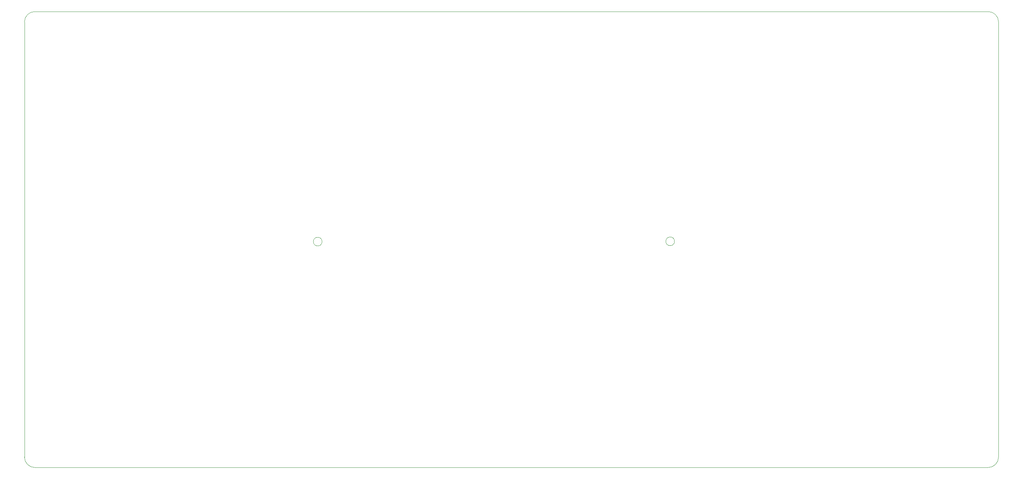
<source format=gm1>
G04 #@! TF.GenerationSoftware,KiCad,Pcbnew,9.0.3*
G04 #@! TF.CreationDate,2025-08-26T17:21:35-04:00*
G04 #@! TF.ProjectId,Oblique Palette 0.5.4 PCB Main,4f626c69-7175-4652-9050-616c65747465,0.5.5*
G04 #@! TF.SameCoordinates,Original*
G04 #@! TF.FileFunction,Profile,NP*
%FSLAX46Y46*%
G04 Gerber Fmt 4.6, Leading zero omitted, Abs format (unit mm)*
G04 Created by KiCad (PCBNEW 9.0.3) date 2025-08-26 17:21:35*
%MOMM*%
%LPD*%
G01*
G04 APERTURE LIST*
G04 #@! TA.AperFunction,Profile*
%ADD10C,0.050000*%
G04 #@! TD*
G04 APERTURE END LIST*
D10*
X251250000Y-122660000D02*
G75*
G02*
X248750000Y-125160000I-2500000J0D01*
G01*
X248750000Y-125160000D02*
X18750000Y-125160000D01*
X16250000Y-17660000D02*
G75*
G02*
X18750000Y-15160000I2500000J0D01*
G01*
X88050000Y-70660000D02*
G75*
G02*
X85950000Y-70660000I-1050000J0D01*
G01*
X85950000Y-70660000D02*
G75*
G02*
X88050000Y-70660000I1050000J0D01*
G01*
X18750000Y-15160000D02*
X248750000Y-15160000D01*
X251250000Y-17660000D02*
X251250000Y-122660000D01*
X18750000Y-125160000D02*
G75*
G02*
X16250000Y-122660000I0J2500000D01*
G01*
X16250000Y-122660000D02*
X16250000Y-17660000D01*
X248750000Y-15160000D02*
G75*
G02*
X251250000Y-17660000I0J-2500000D01*
G01*
X173078519Y-70593665D02*
G75*
G02*
X170978519Y-70593665I-1050000J0D01*
G01*
X170978519Y-70593665D02*
G75*
G02*
X173078519Y-70593665I1050000J0D01*
G01*
M02*

</source>
